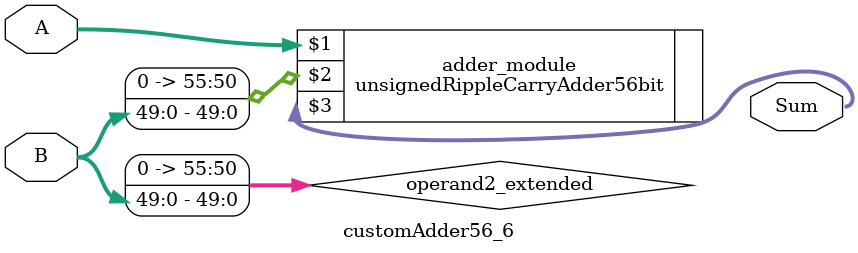
<source format=v>
module customAdder56_6(
                        input [55 : 0] A,
                        input [49 : 0] B,
                        
                        output [56 : 0] Sum
                );

        wire [55 : 0] operand2_extended;
        
        assign operand2_extended =  {6'b0, B};
        
        unsignedRippleCarryAdder56bit adder_module(
            A,
            operand2_extended,
            Sum
        );
        
        endmodule
        
</source>
